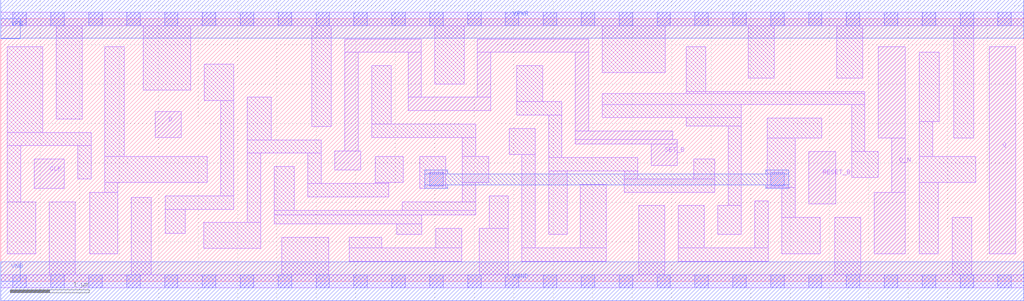
<source format=lef>
# Copyright 2020 The SkyWater PDK Authors
#
# Licensed under the Apache License, Version 2.0 (the "License");
# you may not use this file except in compliance with the License.
# You may obtain a copy of the License at
#
#     https://www.apache.org/licenses/LICENSE-2.0
#
# Unless required by applicable law or agreed to in writing, software
# distributed under the License is distributed on an "AS IS" BASIS,
# WITHOUT WARRANTIES OR CONDITIONS OF ANY KIND, either express or implied.
# See the License for the specific language governing permissions and
# limitations under the License.
#
# SPDX-License-Identifier: Apache-2.0

VERSION 5.5 ;
NAMESCASESENSITIVE ON ;
BUSBITCHARS "[]" ;
DIVIDERCHAR "/" ;
MACRO sky130_fd_sc_ms__dfbbp_1
  CLASS CORE ;
  SOURCE USER ;
  ORIGIN  0.000000  0.000000 ;
  SIZE  12.96000 BY  3.330000 ;
  SYMMETRY X Y ;
  SITE unit ;
  PIN D
    ANTENNAGATEAREA  0.126000 ;
    DIRECTION INPUT ;
    USE SIGNAL ;
    PORT
      LAYER li1 ;
        RECT 1.960000 1.825000 2.290000 2.155000 ;
    END
  END D
  PIN Q
    ANTENNADIFFAREA  0.519000 ;
    DIRECTION OUTPUT ;
    USE SIGNAL ;
    PORT
      LAYER li1 ;
        RECT 12.525000 0.350000 12.860000 2.980000 ;
    END
  END Q
  PIN Q_N
    ANTENNADIFFAREA  0.518900 ;
    DIRECTION OUTPUT ;
    USE SIGNAL ;
    PORT
      LAYER li1 ;
        RECT 11.065000 0.350000 11.460000 1.130000 ;
        RECT 11.120000 1.820000 11.460000 2.980000 ;
        RECT 11.290000 1.130000 11.460000 1.820000 ;
    END
  END Q_N
  PIN RESET_B
    ANTENNAGATEAREA  0.159000 ;
    DIRECTION INPUT ;
    USE SIGNAL ;
    PORT
      LAYER li1 ;
        RECT 10.235000 0.980000 10.580000 1.650000 ;
    END
  END RESET_B
  PIN SET_B
    ANTENNAGATEAREA  0.470000 ;
    DIRECTION INPUT ;
    USE SIGNAL ;
    PORT
      LAYER li1 ;
        RECT 4.230000 1.410000 4.560000 1.655000 ;
        RECT 4.360000 1.655000 4.530000 2.905000 ;
        RECT 4.360000 2.905000 5.330000 3.075000 ;
        RECT 5.160000 2.165000 6.210000 2.335000 ;
        RECT 5.160000 2.335000 5.330000 2.905000 ;
        RECT 6.040000 2.335000 6.210000 2.905000 ;
        RECT 6.040000 2.905000 7.450000 3.075000 ;
        RECT 7.280000 1.740000 8.570000 1.800000 ;
        RECT 7.280000 1.800000 8.515000 1.910000 ;
        RECT 7.280000 1.910000 7.450000 2.905000 ;
        RECT 8.240000 1.470000 8.570000 1.740000 ;
    END
  END SET_B
  PIN CLK
    ANTENNAGATEAREA  0.279000 ;
    DIRECTION INPUT ;
    USE CLOCK ;
    PORT
      LAYER li1 ;
        RECT 0.425000 1.180000 0.805000 1.550000 ;
    END
  END CLK
  PIN VGND
    DIRECTION INOUT ;
    USE GROUND ;
    PORT
      LAYER met1 ;
        RECT 0.000000 -0.245000 12.960000 0.245000 ;
    END
  END VGND
  PIN VNB
    DIRECTION INOUT ;
    USE GROUND ;
    PORT
      LAYER met1 ;
        RECT 0.000000 0.000000 0.250000 0.250000 ;
    END
  END VNB
  PIN VPB
    DIRECTION INOUT ;
    USE POWER ;
    PORT
      LAYER met1 ;
        RECT 0.000000 3.080000 0.250000 3.330000 ;
    END
  END VPB
  PIN VPWR
    DIRECTION INOUT ;
    USE POWER ;
    PORT
      LAYER met1 ;
        RECT 0.000000 3.085000 12.960000 3.575000 ;
    END
  END VPWR
  OBS
    LAYER li1 ;
      RECT  0.000000 -0.085000 12.960000 0.085000 ;
      RECT  0.000000  3.245000 12.960000 3.415000 ;
      RECT  0.085000  0.350000  0.445000 1.010000 ;
      RECT  0.085000  1.010000  0.255000 1.720000 ;
      RECT  0.085000  1.720000  1.145000 1.890000 ;
      RECT  0.085000  1.890000  0.535000 2.980000 ;
      RECT  0.615000  0.085000  0.945000 1.010000 ;
      RECT  0.705000  2.060000  1.035000 3.245000 ;
      RECT  0.975000  1.300000  1.145000 1.720000 ;
      RECT  1.125000  0.350000  1.485000 1.130000 ;
      RECT  1.315000  1.130000  1.485000 1.255000 ;
      RECT  1.315000  1.255000  2.615000 1.585000 ;
      RECT  1.315000  1.585000  1.565000 2.980000 ;
      RECT  1.655000  0.085000  1.905000 1.065000 ;
      RECT  1.805000  2.425000  2.410000 3.245000 ;
      RECT  2.085000  0.605000  2.335000 0.915000 ;
      RECT  2.085000  0.915000  2.955000 1.085000 ;
      RECT  2.575000  0.415000  3.295000 0.745000 ;
      RECT  2.580000  2.295000  2.955000 2.755000 ;
      RECT  2.785000  1.085000  2.955000 2.295000 ;
      RECT  3.125000  0.745000  3.295000 1.625000 ;
      RECT  3.125000  1.625000  4.060000 1.795000 ;
      RECT  3.125000  1.795000  3.430000 2.335000 ;
      RECT  3.465000  0.730000  5.335000 0.840000 ;
      RECT  3.465000  0.840000  6.020000 0.900000 ;
      RECT  3.465000  0.900000  3.720000 1.455000 ;
      RECT  3.560000  0.085000  4.155000 0.560000 ;
      RECT  3.890000  1.070000  4.915000 1.240000 ;
      RECT  3.890000  1.240000  4.060000 1.625000 ;
      RECT  3.940000  1.965000  4.190000 3.245000 ;
      RECT  4.415000  0.255000  5.840000 0.425000 ;
      RECT  4.415000  0.425000  4.825000 0.560000 ;
      RECT  4.700000  1.825000  6.020000 1.995000 ;
      RECT  4.700000  1.995000  4.950000 2.735000 ;
      RECT  4.745000  1.240000  4.915000 1.255000 ;
      RECT  4.745000  1.255000  5.100000 1.585000 ;
      RECT  5.015000  0.595000  5.335000 0.730000 ;
      RECT  5.085000  0.900000  6.020000 1.010000 ;
      RECT  5.310000  1.180000  5.640000 1.585000 ;
      RECT  5.500000  2.505000  5.870000 3.245000 ;
      RECT  5.510000  0.425000  5.840000 0.670000 ;
      RECT  5.850000  1.010000  6.020000 1.255000 ;
      RECT  5.850000  1.255000  6.180000 1.585000 ;
      RECT  5.850000  1.585000  6.020000 1.825000 ;
      RECT  6.060000  0.085000  6.430000 0.670000 ;
      RECT  6.190000  0.670000  6.430000 1.085000 ;
      RECT  6.440000  1.610000  6.770000 1.940000 ;
      RECT  6.540000  2.110000  7.110000 2.280000 ;
      RECT  6.540000  2.280000  6.870000 2.735000 ;
      RECT  6.600000  0.255000  7.670000 0.425000 ;
      RECT  6.600000  0.425000  6.770000 1.610000 ;
      RECT  6.940000  0.595000  7.175000 1.400000 ;
      RECT  6.940000  1.400000  8.070000 1.570000 ;
      RECT  6.940000  1.570000  7.110000 2.110000 ;
      RECT  7.345000  0.425000  7.670000 1.230000 ;
      RECT  7.620000  2.080000  9.385000 2.240000 ;
      RECT  7.620000  2.240000 10.950000 2.380000 ;
      RECT  7.620000  2.650000  8.420000 3.245000 ;
      RECT  7.900000  1.130000  9.045000 1.300000 ;
      RECT  7.900000  1.300000  8.070000 1.400000 ;
      RECT  8.085000  0.085000  8.415000 0.960000 ;
      RECT  8.585000  0.255000  9.725000 0.425000 ;
      RECT  8.585000  0.425000  8.915000 0.960000 ;
      RECT  8.685000  1.970000  9.385000 2.080000 ;
      RECT  8.685000  2.380000 10.950000 2.410000 ;
      RECT  8.685000  2.410000  8.935000 2.980000 ;
      RECT  8.780000  1.300000  9.045000 1.550000 ;
      RECT  9.085000  0.595000  9.385000 0.960000 ;
      RECT  9.215000  0.960000  9.385000 1.970000 ;
      RECT  9.470000  2.580000  9.800000 3.245000 ;
      RECT  9.555000  0.425000  9.725000 1.020000 ;
      RECT  9.710000  1.190000 10.065000 1.820000 ;
      RECT  9.710000  1.820000 10.405000 2.070000 ;
      RECT  9.895000  0.350000 10.385000 0.810000 ;
      RECT  9.895000  0.810000 10.065000 1.190000 ;
      RECT 10.565000  0.085000 10.895000 0.810000 ;
      RECT 10.590000  2.580000 10.920000 3.245000 ;
      RECT 10.780000  1.320000 11.120000 1.650000 ;
      RECT 10.780000  1.650000 10.950000 2.240000 ;
      RECT 11.640000  0.350000 11.875000 1.255000 ;
      RECT 11.640000  1.255000 12.355000 1.585000 ;
      RECT 11.640000  1.585000 11.810000 2.030000 ;
      RECT 11.640000  2.030000 11.890000 2.910000 ;
      RECT 12.055000  0.085000 12.305000 0.810000 ;
      RECT 12.075000  1.820000 12.325000 3.245000 ;
    LAYER mcon ;
      RECT  0.155000 -0.085000  0.325000 0.085000 ;
      RECT  0.155000  3.245000  0.325000 3.415000 ;
      RECT  0.635000 -0.085000  0.805000 0.085000 ;
      RECT  0.635000  3.245000  0.805000 3.415000 ;
      RECT  1.115000 -0.085000  1.285000 0.085000 ;
      RECT  1.115000  3.245000  1.285000 3.415000 ;
      RECT  1.595000 -0.085000  1.765000 0.085000 ;
      RECT  1.595000  3.245000  1.765000 3.415000 ;
      RECT  2.075000 -0.085000  2.245000 0.085000 ;
      RECT  2.075000  3.245000  2.245000 3.415000 ;
      RECT  2.555000 -0.085000  2.725000 0.085000 ;
      RECT  2.555000  3.245000  2.725000 3.415000 ;
      RECT  3.035000 -0.085000  3.205000 0.085000 ;
      RECT  3.035000  3.245000  3.205000 3.415000 ;
      RECT  3.515000 -0.085000  3.685000 0.085000 ;
      RECT  3.515000  3.245000  3.685000 3.415000 ;
      RECT  3.995000 -0.085000  4.165000 0.085000 ;
      RECT  3.995000  3.245000  4.165000 3.415000 ;
      RECT  4.475000 -0.085000  4.645000 0.085000 ;
      RECT  4.475000  3.245000  4.645000 3.415000 ;
      RECT  4.955000 -0.085000  5.125000 0.085000 ;
      RECT  4.955000  3.245000  5.125000 3.415000 ;
      RECT  5.435000 -0.085000  5.605000 0.085000 ;
      RECT  5.435000  1.210000  5.605000 1.380000 ;
      RECT  5.435000  3.245000  5.605000 3.415000 ;
      RECT  5.915000 -0.085000  6.085000 0.085000 ;
      RECT  5.915000  3.245000  6.085000 3.415000 ;
      RECT  6.395000 -0.085000  6.565000 0.085000 ;
      RECT  6.395000  3.245000  6.565000 3.415000 ;
      RECT  6.875000 -0.085000  7.045000 0.085000 ;
      RECT  6.875000  3.245000  7.045000 3.415000 ;
      RECT  7.355000 -0.085000  7.525000 0.085000 ;
      RECT  7.355000  3.245000  7.525000 3.415000 ;
      RECT  7.835000 -0.085000  8.005000 0.085000 ;
      RECT  7.835000  3.245000  8.005000 3.415000 ;
      RECT  8.315000 -0.085000  8.485000 0.085000 ;
      RECT  8.315000  3.245000  8.485000 3.415000 ;
      RECT  8.795000 -0.085000  8.965000 0.085000 ;
      RECT  8.795000  3.245000  8.965000 3.415000 ;
      RECT  9.275000 -0.085000  9.445000 0.085000 ;
      RECT  9.275000  3.245000  9.445000 3.415000 ;
      RECT  9.755000 -0.085000  9.925000 0.085000 ;
      RECT  9.755000  1.210000  9.925000 1.380000 ;
      RECT  9.755000  3.245000  9.925000 3.415000 ;
      RECT 10.235000 -0.085000 10.405000 0.085000 ;
      RECT 10.235000  3.245000 10.405000 3.415000 ;
      RECT 10.715000 -0.085000 10.885000 0.085000 ;
      RECT 10.715000  3.245000 10.885000 3.415000 ;
      RECT 11.195000 -0.085000 11.365000 0.085000 ;
      RECT 11.195000  3.245000 11.365000 3.415000 ;
      RECT 11.675000 -0.085000 11.845000 0.085000 ;
      RECT 11.675000  3.245000 11.845000 3.415000 ;
      RECT 12.155000 -0.085000 12.325000 0.085000 ;
      RECT 12.155000  3.245000 12.325000 3.415000 ;
      RECT 12.635000 -0.085000 12.805000 0.085000 ;
      RECT 12.635000  3.245000 12.805000 3.415000 ;
    LAYER met1 ;
      RECT 5.375000 1.180000 5.665000 1.225000 ;
      RECT 5.375000 1.225000 9.985000 1.365000 ;
      RECT 5.375000 1.365000 5.665000 1.410000 ;
      RECT 9.695000 1.180000 9.985000 1.225000 ;
      RECT 9.695000 1.365000 9.985000 1.410000 ;
  END
END sky130_fd_sc_ms__dfbbp_1

</source>
